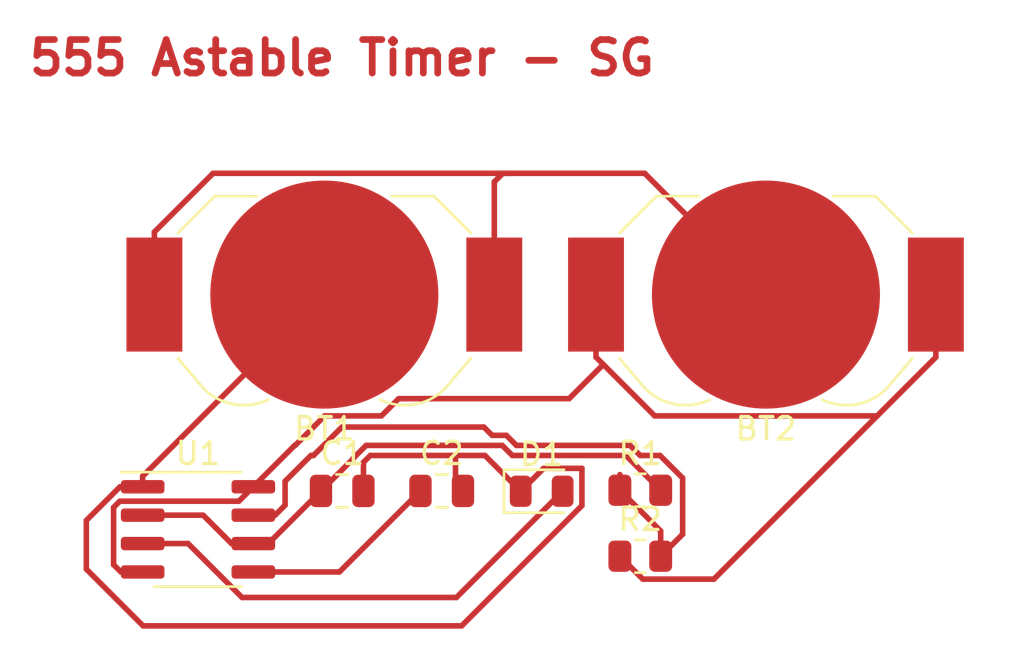
<source format=kicad_pcb>
(kicad_pcb (version 20171130) (host pcbnew "(5.1.10)-1")

  (general
    (thickness 1.6)
    (drawings 2)
    (tracks 90)
    (zones 0)
    (modules 8)
    (nets 8)
  )

  (page A4)
  (layers
    (0 F.Cu signal)
    (31 B.Cu signal)
    (32 B.Adhes user)
    (33 F.Adhes user)
    (34 B.Paste user)
    (35 F.Paste user)
    (36 B.SilkS user)
    (37 F.SilkS user)
    (38 B.Mask user)
    (39 F.Mask user)
    (40 Dwgs.User user)
    (41 Cmts.User user)
    (42 Eco1.User user)
    (43 Eco2.User user)
    (44 Edge.Cuts user)
    (45 Margin user)
    (46 B.CrtYd user)
    (47 F.CrtYd user)
    (48 B.Fab user)
    (49 F.Fab user)
  )

  (setup
    (last_trace_width 0.25)
    (trace_clearance 0.2)
    (zone_clearance 0.508)
    (zone_45_only no)
    (trace_min 0.2)
    (via_size 0.8)
    (via_drill 0.4)
    (via_min_size 0.4)
    (via_min_drill 0.3)
    (uvia_size 0.3)
    (uvia_drill 0.1)
    (uvias_allowed no)
    (uvia_min_size 0.2)
    (uvia_min_drill 0.1)
    (edge_width 0.05)
    (segment_width 0.2)
    (pcb_text_width 0.3)
    (pcb_text_size 1.5 1.5)
    (mod_edge_width 0.12)
    (mod_text_size 1 1)
    (mod_text_width 0.15)
    (pad_size 1.524 1.524)
    (pad_drill 0.762)
    (pad_to_mask_clearance 0)
    (aux_axis_origin 0 0)
    (visible_elements FFFFFF7F)
    (pcbplotparams
      (layerselection 0x010fc_ffffffff)
      (usegerberextensions false)
      (usegerberattributes true)
      (usegerberadvancedattributes true)
      (creategerberjobfile true)
      (excludeedgelayer true)
      (linewidth 0.100000)
      (plotframeref false)
      (viasonmask false)
      (mode 1)
      (useauxorigin false)
      (hpglpennumber 1)
      (hpglpenspeed 20)
      (hpglpendiameter 15.000000)
      (psnegative false)
      (psa4output false)
      (plotreference true)
      (plotvalue true)
      (plotinvisibletext false)
      (padsonsilk false)
      (subtractmaskfromsilk false)
      (outputformat 1)
      (mirror false)
      (drillshape 0)
      (scaleselection 1)
      (outputdirectory "GerberFiles/"))
  )

  (net 0 "")
  (net 1 "Net-(BT1-Pad1)")
  (net 2 GND)
  (net 3 VCC)
  (net 4 "Net-(C1-Pad1)")
  (net 5 "Net-(C2-Pad1)")
  (net 6 "Net-(D1-Pad2)")
  (net 7 "Net-(R1-Pad1)")

  (net_class Default "This is the default net class."
    (clearance 0.2)
    (trace_width 0.25)
    (via_dia 0.8)
    (via_drill 0.4)
    (uvia_dia 0.3)
    (uvia_drill 0.1)
    (add_net GND)
    (add_net "Net-(BT1-Pad1)")
    (add_net "Net-(C1-Pad1)")
    (add_net "Net-(C2-Pad1)")
    (add_net "Net-(D1-Pad2)")
    (add_net "Net-(R1-Pad1)")
    (add_net VCC)
  )

  (module Battery:BatteryHolder_LINX_BAT-HLD-012-SMT (layer F.Cu) (tedit 5D9C8191) (tstamp 6152D679)
    (at 136.375001 89.325001)
    (descr "SMT battery holder for CR1216/1220/1225, https://linxtechnologies.com/wp/wp-content/uploads/bat-hld-012-smt.pdf")
    (tags "battery holder coin cell cr1216 cr1220 cr1225")
    (path /6153CD4C)
    (attr smd)
    (fp_text reference BT1 (at 0 6) (layer F.SilkS)
      (effects (font (size 1 1) (thickness 0.15)))
    )
    (fp_text value 3V (at 0 -7) (layer F.Fab)
      (effects (font (size 1 1) (thickness 0.15)))
    )
    (fp_line (start -7.65 -2.55) (end -7.65 -0.55) (layer F.Fab) (width 0.1))
    (fp_line (start -7.65 -2.55) (end -6.75 -2.55) (layer F.Fab) (width 0.1))
    (fp_line (start -7.65 -0.55) (end -6.75 -0.55) (layer F.Fab) (width 0.1))
    (fp_line (start -6.75 0.55) (end -7.65 0.55) (layer F.Fab) (width 0.1))
    (fp_line (start -7.65 0.55) (end -7.65 2.55) (layer F.Fab) (width 0.1))
    (fp_line (start -7.65 2.55) (end -6.75 2.55) (layer F.Fab) (width 0.1))
    (fp_line (start 6.75 2.55) (end 7.65 2.55) (layer F.Fab) (width 0.1))
    (fp_line (start 7.65 2.55) (end 7.65 0.55) (layer F.Fab) (width 0.1))
    (fp_line (start 7.65 0.55) (end 6.75 0.55) (layer F.Fab) (width 0.1))
    (fp_line (start 6.75 -0.55) (end 7.65 -0.55) (layer F.Fab) (width 0.1))
    (fp_line (start 7.65 -0.55) (end 7.65 -2.55) (layer F.Fab) (width 0.1))
    (fp_line (start 7.65 -2.55) (end 6.75 -2.55) (layer F.Fab) (width 0.1))
    (fp_line (start -6.75 2.85) (end -6.75 -2.75) (layer F.Fab) (width 0.1))
    (fp_line (start 6.75 2.85) (end 6.75 -2.75) (layer F.Fab) (width 0.1))
    (fp_line (start 4.9 -4.4) (end -4.9 -4.4) (layer F.Fab) (width 0.1))
    (fp_line (start -6.7 -2.9) (end -5.05 -4.55) (layer F.Fab) (width 0.1))
    (fp_line (start 6.7 -2.9) (end 5.05 -4.55) (layer F.Fab) (width 0.1))
    (fp_line (start 6.55 2.85) (end 6.55 -2.75) (layer F.Fab) (width 0.1))
    (fp_line (start 6.55 -2.75) (end 4.9 -4.4) (layer F.Fab) (width 0.1))
    (fp_line (start -6.55 2.85) (end -6.55 -2.75) (layer F.Fab) (width 0.1))
    (fp_line (start -6.55 -2.75) (end -4.9 -4.4) (layer F.Fab) (width 0.1))
    (fp_line (start -6.55 2.85) (end -5.4 4.2) (layer F.Fab) (width 0.1))
    (fp_line (start 6.55 2.85) (end 5.4 4.2) (layer F.Fab) (width 0.1))
    (fp_circle (center 0 0) (end -6.25 0) (layer F.Fab) (width 0.1))
    (fp_line (start -9.35 3.05) (end -9.35 -3.05) (layer F.CrtYd) (width 0.05))
    (fp_line (start -9.35 -3.05) (end -7.25 -3.05) (layer F.CrtYd) (width 0.05))
    (fp_line (start -9.35 3.05) (end -7.25 3.05) (layer F.CrtYd) (width 0.05))
    (fp_line (start -7.25 -3.05) (end -3.55 -6.75) (layer F.CrtYd) (width 0.05))
    (fp_line (start -3.55 -6.75) (end 3.55 -6.75) (layer F.CrtYd) (width 0.05))
    (fp_line (start 3.55 -6.75) (end 7.25 -3.05) (layer F.CrtYd) (width 0.05))
    (fp_line (start 7.25 -3.05) (end 9.35 -3.05) (layer F.CrtYd) (width 0.05))
    (fp_line (start 9.35 -3.05) (end 9.35 3.05) (layer F.CrtYd) (width 0.05))
    (fp_line (start 9.35 3.05) (end 7.25 3.05) (layer F.CrtYd) (width 0.05))
    (fp_line (start -3.55 6.75) (end 3.55 6.75) (layer F.CrtYd) (width 0.05))
    (fp_line (start 3.55 6.75) (end 7.25 3.05) (layer F.CrtYd) (width 0.05))
    (fp_line (start -3.55 6.75) (end -7.25 3.05) (layer F.CrtYd) (width 0.05))
    (fp_line (start -6.75 2.85) (end -6.55 2.85) (layer F.Fab) (width 0.1))
    (fp_line (start 6.75 2.85) (end 6.55 2.85) (layer F.Fab) (width 0.1))
    (fp_line (start -6.75 -2.75) (end -6.55 -2.75) (layer F.Fab) (width 0.1))
    (fp_line (start -6.55 -2.75) (end -6.7 -2.9) (layer F.Fab) (width 0.1))
    (fp_line (start -5.05 -4.55) (end -4.9 -4.4) (layer F.Fab) (width 0.1))
    (fp_line (start 5.05 -4.55) (end 4.9 -4.4) (layer F.Fab) (width 0.1))
    (fp_line (start 6.55 -2.75) (end 6.7 -2.9) (layer F.Fab) (width 0.1))
    (fp_line (start 6.55 -2.75) (end 6.75 -2.75) (layer F.Fab) (width 0.1))
    (fp_line (start -6.55 -2.75) (end -4.9 -4.4) (layer F.SilkS) (width 0.12))
    (fp_line (start 4.9 -4.4) (end 6.55 -2.75) (layer F.SilkS) (width 0.12))
    (fp_line (start 4.9 -4.4) (end 3 -4.4) (layer F.SilkS) (width 0.12))
    (fp_line (start -4.9 -4.4) (end -3 -4.4) (layer F.SilkS) (width 0.12))
    (fp_line (start -6.55 2.85) (end -5.4 4.2) (layer F.SilkS) (width 0.12))
    (fp_line (start 6.55 2.85) (end 5.4 4.2) (layer F.SilkS) (width 0.12))
    (fp_arc (start 0 6) (end -1.8 4.2) (angle 90) (layer F.Fab) (width 0.1))
    (fp_arc (start 3.6 2.4) (end 5.4 4.2) (angle 70.55996517) (layer F.SilkS) (width 0.12))
    (fp_text user %R (at 0 0) (layer F.Fab)
      (effects (font (size 1 1) (thickness 0.15)))
    )
    (fp_arc (start 3.6 2.4) (end 5.4 4.2) (angle 90) (layer F.Fab) (width 0.1))
    (fp_arc (start -3.6 2.4) (end -1.8 4.2) (angle 90) (layer F.Fab) (width 0.1))
    (fp_arc (start -3.6 2.4) (end -5.4 4.2) (angle -70.5) (layer F.SilkS) (width 0.12))
    (pad 1 smd rect (at -7.6 0) (size 2.5 5.1) (layers F.Cu F.Paste F.Mask)
      (net 1 "Net-(BT1-Pad1)"))
    (pad 1 smd rect (at 7.6 0) (size 2.5 5.1) (layers F.Cu F.Paste F.Mask)
      (net 1 "Net-(BT1-Pad1)"))
    (pad 2 smd circle (at 0 0) (size 10.2 10.2) (layers F.Cu F.Mask)
      (net 2 GND))
    (model ${KISYS3DMOD}/Battery.3dshapes/BatteryHolder_LINX_BAT-HLD-012-SMT.wrl
      (at (xyz 0 0 0))
      (scale (xyz 1 1 1))
      (rotate (xyz 0 0 0))
    )
  )

  (module Battery:BatteryHolder_LINX_BAT-HLD-012-SMT (layer F.Cu) (tedit 5D9C8191) (tstamp 6152D6B8)
    (at 156.125001 89.325001)
    (descr "SMT battery holder for CR1216/1220/1225, https://linxtechnologies.com/wp/wp-content/uploads/bat-hld-012-smt.pdf")
    (tags "battery holder coin cell cr1216 cr1220 cr1225")
    (path /6153D242)
    (attr smd)
    (fp_text reference BT2 (at 0 6) (layer F.SilkS)
      (effects (font (size 1 1) (thickness 0.15)))
    )
    (fp_text value 3V (at 0 -7) (layer F.Fab)
      (effects (font (size 1 1) (thickness 0.15)))
    )
    (fp_arc (start -3.6 2.4) (end -5.4 4.2) (angle -70.5) (layer F.SilkS) (width 0.12))
    (fp_arc (start -3.6 2.4) (end -1.8 4.2) (angle 90) (layer F.Fab) (width 0.1))
    (fp_arc (start 3.6 2.4) (end 5.4 4.2) (angle 90) (layer F.Fab) (width 0.1))
    (fp_text user %R (at 0 0) (layer F.Fab)
      (effects (font (size 1 1) (thickness 0.15)))
    )
    (fp_arc (start 3.6 2.4) (end 5.4 4.2) (angle 70.55996517) (layer F.SilkS) (width 0.12))
    (fp_arc (start 0 6) (end -1.8 4.2) (angle 90) (layer F.Fab) (width 0.1))
    (fp_line (start 6.55 2.85) (end 5.4 4.2) (layer F.SilkS) (width 0.12))
    (fp_line (start -6.55 2.85) (end -5.4 4.2) (layer F.SilkS) (width 0.12))
    (fp_line (start -4.9 -4.4) (end -3 -4.4) (layer F.SilkS) (width 0.12))
    (fp_line (start 4.9 -4.4) (end 3 -4.4) (layer F.SilkS) (width 0.12))
    (fp_line (start 4.9 -4.4) (end 6.55 -2.75) (layer F.SilkS) (width 0.12))
    (fp_line (start -6.55 -2.75) (end -4.9 -4.4) (layer F.SilkS) (width 0.12))
    (fp_line (start 6.55 -2.75) (end 6.75 -2.75) (layer F.Fab) (width 0.1))
    (fp_line (start 6.55 -2.75) (end 6.7 -2.9) (layer F.Fab) (width 0.1))
    (fp_line (start 5.05 -4.55) (end 4.9 -4.4) (layer F.Fab) (width 0.1))
    (fp_line (start -5.05 -4.55) (end -4.9 -4.4) (layer F.Fab) (width 0.1))
    (fp_line (start -6.55 -2.75) (end -6.7 -2.9) (layer F.Fab) (width 0.1))
    (fp_line (start -6.75 -2.75) (end -6.55 -2.75) (layer F.Fab) (width 0.1))
    (fp_line (start 6.75 2.85) (end 6.55 2.85) (layer F.Fab) (width 0.1))
    (fp_line (start -6.75 2.85) (end -6.55 2.85) (layer F.Fab) (width 0.1))
    (fp_line (start -3.55 6.75) (end -7.25 3.05) (layer F.CrtYd) (width 0.05))
    (fp_line (start 3.55 6.75) (end 7.25 3.05) (layer F.CrtYd) (width 0.05))
    (fp_line (start -3.55 6.75) (end 3.55 6.75) (layer F.CrtYd) (width 0.05))
    (fp_line (start 9.35 3.05) (end 7.25 3.05) (layer F.CrtYd) (width 0.05))
    (fp_line (start 9.35 -3.05) (end 9.35 3.05) (layer F.CrtYd) (width 0.05))
    (fp_line (start 7.25 -3.05) (end 9.35 -3.05) (layer F.CrtYd) (width 0.05))
    (fp_line (start 3.55 -6.75) (end 7.25 -3.05) (layer F.CrtYd) (width 0.05))
    (fp_line (start -3.55 -6.75) (end 3.55 -6.75) (layer F.CrtYd) (width 0.05))
    (fp_line (start -7.25 -3.05) (end -3.55 -6.75) (layer F.CrtYd) (width 0.05))
    (fp_line (start -9.35 3.05) (end -7.25 3.05) (layer F.CrtYd) (width 0.05))
    (fp_line (start -9.35 -3.05) (end -7.25 -3.05) (layer F.CrtYd) (width 0.05))
    (fp_line (start -9.35 3.05) (end -9.35 -3.05) (layer F.CrtYd) (width 0.05))
    (fp_circle (center 0 0) (end -6.25 0) (layer F.Fab) (width 0.1))
    (fp_line (start 6.55 2.85) (end 5.4 4.2) (layer F.Fab) (width 0.1))
    (fp_line (start -6.55 2.85) (end -5.4 4.2) (layer F.Fab) (width 0.1))
    (fp_line (start -6.55 -2.75) (end -4.9 -4.4) (layer F.Fab) (width 0.1))
    (fp_line (start -6.55 2.85) (end -6.55 -2.75) (layer F.Fab) (width 0.1))
    (fp_line (start 6.55 -2.75) (end 4.9 -4.4) (layer F.Fab) (width 0.1))
    (fp_line (start 6.55 2.85) (end 6.55 -2.75) (layer F.Fab) (width 0.1))
    (fp_line (start 6.7 -2.9) (end 5.05 -4.55) (layer F.Fab) (width 0.1))
    (fp_line (start -6.7 -2.9) (end -5.05 -4.55) (layer F.Fab) (width 0.1))
    (fp_line (start 4.9 -4.4) (end -4.9 -4.4) (layer F.Fab) (width 0.1))
    (fp_line (start 6.75 2.85) (end 6.75 -2.75) (layer F.Fab) (width 0.1))
    (fp_line (start -6.75 2.85) (end -6.75 -2.75) (layer F.Fab) (width 0.1))
    (fp_line (start 7.65 -2.55) (end 6.75 -2.55) (layer F.Fab) (width 0.1))
    (fp_line (start 7.65 -0.55) (end 7.65 -2.55) (layer F.Fab) (width 0.1))
    (fp_line (start 6.75 -0.55) (end 7.65 -0.55) (layer F.Fab) (width 0.1))
    (fp_line (start 7.65 0.55) (end 6.75 0.55) (layer F.Fab) (width 0.1))
    (fp_line (start 7.65 2.55) (end 7.65 0.55) (layer F.Fab) (width 0.1))
    (fp_line (start 6.75 2.55) (end 7.65 2.55) (layer F.Fab) (width 0.1))
    (fp_line (start -7.65 2.55) (end -6.75 2.55) (layer F.Fab) (width 0.1))
    (fp_line (start -7.65 0.55) (end -7.65 2.55) (layer F.Fab) (width 0.1))
    (fp_line (start -6.75 0.55) (end -7.65 0.55) (layer F.Fab) (width 0.1))
    (fp_line (start -7.65 -0.55) (end -6.75 -0.55) (layer F.Fab) (width 0.1))
    (fp_line (start -7.65 -2.55) (end -6.75 -2.55) (layer F.Fab) (width 0.1))
    (fp_line (start -7.65 -2.55) (end -7.65 -0.55) (layer F.Fab) (width 0.1))
    (pad 2 smd circle (at 0 0) (size 10.2 10.2) (layers F.Cu F.Mask)
      (net 1 "Net-(BT1-Pad1)"))
    (pad 1 smd rect (at 7.6 0) (size 2.5 5.1) (layers F.Cu F.Paste F.Mask)
      (net 3 VCC))
    (pad 1 smd rect (at -7.6 0) (size 2.5 5.1) (layers F.Cu F.Paste F.Mask)
      (net 3 VCC))
    (model ${KISYS3DMOD}/Battery.3dshapes/BatteryHolder_LINX_BAT-HLD-012-SMT.wrl
      (at (xyz 0 0 0))
      (scale (xyz 1 1 1))
      (rotate (xyz 0 0 0))
    )
  )

  (module Capacitor_SMD:C_0805_2012Metric (layer F.Cu) (tedit 5F68FEEE) (tstamp 6152D6C9)
    (at 137.175001 98.105001)
    (descr "Capacitor SMD 0805 (2012 Metric), square (rectangular) end terminal, IPC_7351 nominal, (Body size source: IPC-SM-782 page 76, https://www.pcb-3d.com/wordpress/wp-content/uploads/ipc-sm-782a_amendment_1_and_2.pdf, https://docs.google.com/spreadsheets/d/1BsfQQcO9C6DZCsRaXUlFlo91Tg2WpOkGARC1WS5S8t0/edit?usp=sharing), generated with kicad-footprint-generator")
    (tags capacitor)
    (path /61531CAA)
    (attr smd)
    (fp_text reference C1 (at 0 -1.68) (layer F.SilkS)
      (effects (font (size 1 1) (thickness 0.15)))
    )
    (fp_text value 10uF (at 0 1.68) (layer F.Fab)
      (effects (font (size 1 1) (thickness 0.15)))
    )
    (fp_text user %R (at 0 0) (layer F.Fab)
      (effects (font (size 0.5 0.5) (thickness 0.08)))
    )
    (fp_line (start -1 0.625) (end -1 -0.625) (layer F.Fab) (width 0.1))
    (fp_line (start -1 -0.625) (end 1 -0.625) (layer F.Fab) (width 0.1))
    (fp_line (start 1 -0.625) (end 1 0.625) (layer F.Fab) (width 0.1))
    (fp_line (start 1 0.625) (end -1 0.625) (layer F.Fab) (width 0.1))
    (fp_line (start -0.261252 -0.735) (end 0.261252 -0.735) (layer F.SilkS) (width 0.12))
    (fp_line (start -0.261252 0.735) (end 0.261252 0.735) (layer F.SilkS) (width 0.12))
    (fp_line (start -1.7 0.98) (end -1.7 -0.98) (layer F.CrtYd) (width 0.05))
    (fp_line (start -1.7 -0.98) (end 1.7 -0.98) (layer F.CrtYd) (width 0.05))
    (fp_line (start 1.7 -0.98) (end 1.7 0.98) (layer F.CrtYd) (width 0.05))
    (fp_line (start 1.7 0.98) (end -1.7 0.98) (layer F.CrtYd) (width 0.05))
    (pad 2 smd roundrect (at 0.95 0) (size 1 1.45) (layers F.Cu F.Paste F.Mask) (roundrect_rratio 0.25)
      (net 2 GND))
    (pad 1 smd roundrect (at -0.95 0) (size 1 1.45) (layers F.Cu F.Paste F.Mask) (roundrect_rratio 0.25)
      (net 4 "Net-(C1-Pad1)"))
    (model ${KISYS3DMOD}/Capacitor_SMD.3dshapes/C_0805_2012Metric.wrl
      (at (xyz 0 0 0))
      (scale (xyz 1 1 1))
      (rotate (xyz 0 0 0))
    )
  )

  (module Capacitor_SMD:C_0805_2012Metric (layer F.Cu) (tedit 5F68FEEE) (tstamp 6152D6DA)
    (at 141.625001 98.105001)
    (descr "Capacitor SMD 0805 (2012 Metric), square (rectangular) end terminal, IPC_7351 nominal, (Body size source: IPC-SM-782 page 76, https://www.pcb-3d.com/wordpress/wp-content/uploads/ipc-sm-782a_amendment_1_and_2.pdf, https://docs.google.com/spreadsheets/d/1BsfQQcO9C6DZCsRaXUlFlo91Tg2WpOkGARC1WS5S8t0/edit?usp=sharing), generated with kicad-footprint-generator")
    (tags capacitor)
    (path /6152C051)
    (attr smd)
    (fp_text reference C2 (at 0 -1.68) (layer F.SilkS)
      (effects (font (size 1 1) (thickness 0.15)))
    )
    (fp_text value 0.01uF (at 0 1.68) (layer F.Fab)
      (effects (font (size 1 1) (thickness 0.15)))
    )
    (fp_line (start 1.7 0.98) (end -1.7 0.98) (layer F.CrtYd) (width 0.05))
    (fp_line (start 1.7 -0.98) (end 1.7 0.98) (layer F.CrtYd) (width 0.05))
    (fp_line (start -1.7 -0.98) (end 1.7 -0.98) (layer F.CrtYd) (width 0.05))
    (fp_line (start -1.7 0.98) (end -1.7 -0.98) (layer F.CrtYd) (width 0.05))
    (fp_line (start -0.261252 0.735) (end 0.261252 0.735) (layer F.SilkS) (width 0.12))
    (fp_line (start -0.261252 -0.735) (end 0.261252 -0.735) (layer F.SilkS) (width 0.12))
    (fp_line (start 1 0.625) (end -1 0.625) (layer F.Fab) (width 0.1))
    (fp_line (start 1 -0.625) (end 1 0.625) (layer F.Fab) (width 0.1))
    (fp_line (start -1 -0.625) (end 1 -0.625) (layer F.Fab) (width 0.1))
    (fp_line (start -1 0.625) (end -1 -0.625) (layer F.Fab) (width 0.1))
    (fp_text user %R (at 0 0) (layer F.Fab)
      (effects (font (size 0.5 0.5) (thickness 0.08)))
    )
    (pad 1 smd roundrect (at -0.95 0) (size 1 1.45) (layers F.Cu F.Paste F.Mask) (roundrect_rratio 0.25)
      (net 5 "Net-(C2-Pad1)"))
    (pad 2 smd roundrect (at 0.95 0) (size 1 1.45) (layers F.Cu F.Paste F.Mask) (roundrect_rratio 0.25)
      (net 2 GND))
    (model ${KISYS3DMOD}/Capacitor_SMD.3dshapes/C_0805_2012Metric.wrl
      (at (xyz 0 0 0))
      (scale (xyz 1 1 1))
      (rotate (xyz 0 0 0))
    )
  )

  (module LED_SMD:LED_0805_2012Metric (layer F.Cu) (tedit 5F68FEF1) (tstamp 6152D6ED)
    (at 146.095001 98.120001)
    (descr "LED SMD 0805 (2012 Metric), square (rectangular) end terminal, IPC_7351 nominal, (Body size source: https://docs.google.com/spreadsheets/d/1BsfQQcO9C6DZCsRaXUlFlo91Tg2WpOkGARC1WS5S8t0/edit?usp=sharing), generated with kicad-footprint-generator")
    (tags LED)
    (path /61527977)
    (attr smd)
    (fp_text reference D1 (at 0 -1.65) (layer F.SilkS)
      (effects (font (size 1 1) (thickness 0.15)))
    )
    (fp_text value LED (at 0 1.65) (layer F.Fab)
      (effects (font (size 1 1) (thickness 0.15)))
    )
    (fp_line (start 1.68 0.95) (end -1.68 0.95) (layer F.CrtYd) (width 0.05))
    (fp_line (start 1.68 -0.95) (end 1.68 0.95) (layer F.CrtYd) (width 0.05))
    (fp_line (start -1.68 -0.95) (end 1.68 -0.95) (layer F.CrtYd) (width 0.05))
    (fp_line (start -1.68 0.95) (end -1.68 -0.95) (layer F.CrtYd) (width 0.05))
    (fp_line (start -1.685 0.96) (end 1 0.96) (layer F.SilkS) (width 0.12))
    (fp_line (start -1.685 -0.96) (end -1.685 0.96) (layer F.SilkS) (width 0.12))
    (fp_line (start 1 -0.96) (end -1.685 -0.96) (layer F.SilkS) (width 0.12))
    (fp_line (start 1 0.6) (end 1 -0.6) (layer F.Fab) (width 0.1))
    (fp_line (start -1 0.6) (end 1 0.6) (layer F.Fab) (width 0.1))
    (fp_line (start -1 -0.3) (end -1 0.6) (layer F.Fab) (width 0.1))
    (fp_line (start -0.7 -0.6) (end -1 -0.3) (layer F.Fab) (width 0.1))
    (fp_line (start 1 -0.6) (end -0.7 -0.6) (layer F.Fab) (width 0.1))
    (fp_text user %R (at 0 0) (layer F.Fab)
      (effects (font (size 0.5 0.5) (thickness 0.08)))
    )
    (pad 1 smd roundrect (at -0.9375 0) (size 0.975 1.4) (layers F.Cu F.Paste F.Mask) (roundrect_rratio 0.25)
      (net 2 GND))
    (pad 2 smd roundrect (at 0.9375 0) (size 0.975 1.4) (layers F.Cu F.Paste F.Mask) (roundrect_rratio 0.25)
      (net 6 "Net-(D1-Pad2)"))
    (model ${KISYS3DMOD}/LED_SMD.3dshapes/LED_0805_2012Metric.wrl
      (at (xyz 0 0 0))
      (scale (xyz 1 1 1))
      (rotate (xyz 0 0 0))
    )
  )

  (module Resistor_SMD:R_0805_2012Metric (layer F.Cu) (tedit 5F68FEEE) (tstamp 6152D6FE)
    (at 150.505001 98.075001)
    (descr "Resistor SMD 0805 (2012 Metric), square (rectangular) end terminal, IPC_7351 nominal, (Body size source: IPC-SM-782 page 72, https://www.pcb-3d.com/wordpress/wp-content/uploads/ipc-sm-782a_amendment_1_and_2.pdf), generated with kicad-footprint-generator")
    (tags resistor)
    (path /6152CD2D)
    (attr smd)
    (fp_text reference R1 (at 0 -1.65) (layer F.SilkS)
      (effects (font (size 1 1) (thickness 0.15)))
    )
    (fp_text value 10K (at 0 1.65) (layer F.Fab)
      (effects (font (size 1 1) (thickness 0.15)))
    )
    (fp_line (start 1.68 0.95) (end -1.68 0.95) (layer F.CrtYd) (width 0.05))
    (fp_line (start 1.68 -0.95) (end 1.68 0.95) (layer F.CrtYd) (width 0.05))
    (fp_line (start -1.68 -0.95) (end 1.68 -0.95) (layer F.CrtYd) (width 0.05))
    (fp_line (start -1.68 0.95) (end -1.68 -0.95) (layer F.CrtYd) (width 0.05))
    (fp_line (start -0.227064 0.735) (end 0.227064 0.735) (layer F.SilkS) (width 0.12))
    (fp_line (start -0.227064 -0.735) (end 0.227064 -0.735) (layer F.SilkS) (width 0.12))
    (fp_line (start 1 0.625) (end -1 0.625) (layer F.Fab) (width 0.1))
    (fp_line (start 1 -0.625) (end 1 0.625) (layer F.Fab) (width 0.1))
    (fp_line (start -1 -0.625) (end 1 -0.625) (layer F.Fab) (width 0.1))
    (fp_line (start -1 0.625) (end -1 -0.625) (layer F.Fab) (width 0.1))
    (fp_text user %R (at 0 0) (layer F.Fab)
      (effects (font (size 0.5 0.5) (thickness 0.08)))
    )
    (pad 1 smd roundrect (at -0.9125 0) (size 1.025 1.4) (layers F.Cu F.Paste F.Mask) (roundrect_rratio 0.2439014634146341)
      (net 7 "Net-(R1-Pad1)"))
    (pad 2 smd roundrect (at 0.9125 0) (size 1.025 1.4) (layers F.Cu F.Paste F.Mask) (roundrect_rratio 0.2439014634146341)
      (net 4 "Net-(C1-Pad1)"))
    (model ${KISYS3DMOD}/Resistor_SMD.3dshapes/R_0805_2012Metric.wrl
      (at (xyz 0 0 0))
      (scale (xyz 1 1 1))
      (rotate (xyz 0 0 0))
    )
  )

  (module Resistor_SMD:R_0805_2012Metric (layer F.Cu) (tedit 5F68FEEE) (tstamp 6152D70F)
    (at 150.505001 101.025001)
    (descr "Resistor SMD 0805 (2012 Metric), square (rectangular) end terminal, IPC_7351 nominal, (Body size source: IPC-SM-782 page 72, https://www.pcb-3d.com/wordpress/wp-content/uploads/ipc-sm-782a_amendment_1_and_2.pdf), generated with kicad-footprint-generator")
    (tags resistor)
    (path /6152D6F4)
    (attr smd)
    (fp_text reference R2 (at 0 -1.65) (layer F.SilkS)
      (effects (font (size 1 1) (thickness 0.15)))
    )
    (fp_text value 5K (at 0 1.65) (layer F.Fab)
      (effects (font (size 1 1) (thickness 0.15)))
    )
    (fp_text user %R (at 0 0) (layer F.Fab)
      (effects (font (size 0.5 0.5) (thickness 0.08)))
    )
    (fp_line (start -1 0.625) (end -1 -0.625) (layer F.Fab) (width 0.1))
    (fp_line (start -1 -0.625) (end 1 -0.625) (layer F.Fab) (width 0.1))
    (fp_line (start 1 -0.625) (end 1 0.625) (layer F.Fab) (width 0.1))
    (fp_line (start 1 0.625) (end -1 0.625) (layer F.Fab) (width 0.1))
    (fp_line (start -0.227064 -0.735) (end 0.227064 -0.735) (layer F.SilkS) (width 0.12))
    (fp_line (start -0.227064 0.735) (end 0.227064 0.735) (layer F.SilkS) (width 0.12))
    (fp_line (start -1.68 0.95) (end -1.68 -0.95) (layer F.CrtYd) (width 0.05))
    (fp_line (start -1.68 -0.95) (end 1.68 -0.95) (layer F.CrtYd) (width 0.05))
    (fp_line (start 1.68 -0.95) (end 1.68 0.95) (layer F.CrtYd) (width 0.05))
    (fp_line (start 1.68 0.95) (end -1.68 0.95) (layer F.CrtYd) (width 0.05))
    (pad 2 smd roundrect (at 0.9125 0) (size 1.025 1.4) (layers F.Cu F.Paste F.Mask) (roundrect_rratio 0.2439014634146341)
      (net 7 "Net-(R1-Pad1)"))
    (pad 1 smd roundrect (at -0.9125 0) (size 1.025 1.4) (layers F.Cu F.Paste F.Mask) (roundrect_rratio 0.2439014634146341)
      (net 3 VCC))
    (model ${KISYS3DMOD}/Resistor_SMD.3dshapes/R_0805_2012Metric.wrl
      (at (xyz 0 0 0))
      (scale (xyz 1 1 1))
      (rotate (xyz 0 0 0))
    )
  )

  (module Package_SO:SOIC-8_3.9x4.9mm_P1.27mm (layer F.Cu) (tedit 5D9F72B1) (tstamp 6152D729)
    (at 130.725001 99.825001)
    (descr "SOIC, 8 Pin (JEDEC MS-012AA, https://www.analog.com/media/en/package-pcb-resources/package/pkg_pdf/soic_narrow-r/r_8.pdf), generated with kicad-footprint-generator ipc_gullwing_generator.py")
    (tags "SOIC SO")
    (path /61526FBD)
    (attr smd)
    (fp_text reference U1 (at 0 -3.4) (layer F.SilkS)
      (effects (font (size 1 1) (thickness 0.15)))
    )
    (fp_text value LM555xM (at 0 3.4) (layer F.Fab)
      (effects (font (size 1 1) (thickness 0.15)))
    )
    (fp_line (start 3.7 -2.7) (end -3.7 -2.7) (layer F.CrtYd) (width 0.05))
    (fp_line (start 3.7 2.7) (end 3.7 -2.7) (layer F.CrtYd) (width 0.05))
    (fp_line (start -3.7 2.7) (end 3.7 2.7) (layer F.CrtYd) (width 0.05))
    (fp_line (start -3.7 -2.7) (end -3.7 2.7) (layer F.CrtYd) (width 0.05))
    (fp_line (start -1.95 -1.475) (end -0.975 -2.45) (layer F.Fab) (width 0.1))
    (fp_line (start -1.95 2.45) (end -1.95 -1.475) (layer F.Fab) (width 0.1))
    (fp_line (start 1.95 2.45) (end -1.95 2.45) (layer F.Fab) (width 0.1))
    (fp_line (start 1.95 -2.45) (end 1.95 2.45) (layer F.Fab) (width 0.1))
    (fp_line (start -0.975 -2.45) (end 1.95 -2.45) (layer F.Fab) (width 0.1))
    (fp_line (start 0 -2.56) (end -3.45 -2.56) (layer F.SilkS) (width 0.12))
    (fp_line (start 0 -2.56) (end 1.95 -2.56) (layer F.SilkS) (width 0.12))
    (fp_line (start 0 2.56) (end -1.95 2.56) (layer F.SilkS) (width 0.12))
    (fp_line (start 0 2.56) (end 1.95 2.56) (layer F.SilkS) (width 0.12))
    (fp_text user %R (at 0 0) (layer F.Fab)
      (effects (font (size 0.98 0.98) (thickness 0.15)))
    )
    (pad 1 smd roundrect (at -2.475 -1.905) (size 1.95 0.6) (layers F.Cu F.Paste F.Mask) (roundrect_rratio 0.25)
      (net 2 GND))
    (pad 2 smd roundrect (at -2.475 -0.635) (size 1.95 0.6) (layers F.Cu F.Paste F.Mask) (roundrect_rratio 0.25)
      (net 4 "Net-(C1-Pad1)"))
    (pad 3 smd roundrect (at -2.475 0.635) (size 1.95 0.6) (layers F.Cu F.Paste F.Mask) (roundrect_rratio 0.25)
      (net 6 "Net-(D1-Pad2)"))
    (pad 4 smd roundrect (at -2.475 1.905) (size 1.95 0.6) (layers F.Cu F.Paste F.Mask) (roundrect_rratio 0.25)
      (net 3 VCC))
    (pad 5 smd roundrect (at 2.475 1.905) (size 1.95 0.6) (layers F.Cu F.Paste F.Mask) (roundrect_rratio 0.25)
      (net 5 "Net-(C2-Pad1)"))
    (pad 6 smd roundrect (at 2.475 0.635) (size 1.95 0.6) (layers F.Cu F.Paste F.Mask) (roundrect_rratio 0.25)
      (net 4 "Net-(C1-Pad1)"))
    (pad 7 smd roundrect (at 2.475 -0.635) (size 1.95 0.6) (layers F.Cu F.Paste F.Mask) (roundrect_rratio 0.25)
      (net 7 "Net-(R1-Pad1)"))
    (pad 8 smd roundrect (at 2.475 -1.905) (size 1.95 0.6) (layers F.Cu F.Paste F.Mask) (roundrect_rratio 0.25)
      (net 3 VCC))
    (model ${KISYS3DMOD}/Package_SO.3dshapes/SOIC-8_3.9x4.9mm_P1.27mm.wrl
      (at (xyz 0 0 0))
      (scale (xyz 1 1 1))
      (rotate (xyz 0 0 0))
    )
  )

  (gr_text "555 Astable Timer - SG" (at 137.16 78.74) (layer F.Cu)
    (effects (font (size 1.5 1.5) (thickness 0.3)))
  )
  (gr_poly (pts (xy 167.64 105.41) (xy 121.92 105.41) (xy 121.92 76.2) (xy 167.64 76.2)) (layer Dwgs.User) (width 0.1))

  (segment (start 150.7 83.9) (end 156.125001 89.325001) (width 0.25) (layer F.Cu) (net 1))
  (segment (start 128.775001 86.525001) (end 131.400002 83.9) (width 0.25) (layer F.Cu) (net 1))
  (segment (start 128.775001 89.325001) (end 128.775001 86.525001) (width 0.25) (layer F.Cu) (net 1))
  (segment (start 143.975001 89.325001) (end 143.975001 84.285001) (width 0.25) (layer F.Cu) (net 1))
  (segment (start 144.360002 83.9) (end 144.7 83.9) (width 0.25) (layer F.Cu) (net 1))
  (segment (start 143.975001 84.285001) (end 144.360002 83.9) (width 0.25) (layer F.Cu) (net 1))
  (segment (start 144.7 83.9) (end 150.7 83.9) (width 0.25) (layer F.Cu) (net 1))
  (segment (start 131.400002 83.9) (end 144.7 83.9) (width 0.25) (layer F.Cu) (net 1))
  (segment (start 136.375001 89.325001) (end 132.990002 92.71) (width 0.25) (layer F.Cu) (net 2))
  (segment (start 128.27 97.900002) (end 128.250001 97.920001) (width 0.25) (layer F.Cu) (net 2))
  (segment (start 138.125001 98.105001) (end 138.125001 96.824999) (width 0.25) (layer F.Cu) (net 2))
  (segment (start 138.125001 96.824999) (end 138.43 96.52) (width 0.25) (layer F.Cu) (net 2))
  (segment (start 138.43 96.52) (end 142.24 96.52) (width 0.25) (layer F.Cu) (net 2))
  (segment (start 142.24 97.77) (end 142.575001 98.105001) (width 0.25) (layer F.Cu) (net 2))
  (segment (start 142.24 96.52) (end 142.24 97.77) (width 0.25) (layer F.Cu) (net 2))
  (segment (start 143.5575 96.52) (end 145.157501 98.120001) (width 0.25) (layer F.Cu) (net 2))
  (segment (start 142.24 96.52) (end 143.5575 96.52) (width 0.25) (layer F.Cu) (net 2))
  (segment (start 146.182511 97.094991) (end 147.894991 97.094991) (width 0.25) (layer F.Cu) (net 2))
  (segment (start 145.157501 98.120001) (end 146.182511 97.094991) (width 0.25) (layer F.Cu) (net 2))
  (segment (start 147.894991 98.761861) (end 142.516852 104.14) (width 0.25) (layer F.Cu) (net 2))
  (segment (start 147.894991 97.094991) (end 147.894991 98.761861) (width 0.25) (layer F.Cu) (net 2))
  (segment (start 142.516852 104.14) (end 128.27 104.14) (width 0.25) (layer F.Cu) (net 2))
  (segment (start 128.27 104.14) (end 125.73 101.6) (width 0.25) (layer F.Cu) (net 2))
  (segment (start 128.250001 97.450001) (end 136.375001 89.325001) (width 0.25) (layer F.Cu) (net 2))
  (segment (start 128.250001 97.920001) (end 128.250001 97.450001) (width 0.25) (layer F.Cu) (net 2))
  (segment (start 127.236823 97.920001) (end 128.250001 97.920001) (width 0.25) (layer F.Cu) (net 2))
  (segment (start 125.73 99.426824) (end 127.236823 97.920001) (width 0.25) (layer F.Cu) (net 2))
  (segment (start 125.73 101.6) (end 125.73 99.426824) (width 0.25) (layer F.Cu) (net 2))
  (segment (start 148.525001 92.125001) (end 148.525001 89.325001) (width 0.25) (layer F.Cu) (net 3))
  (segment (start 163.725001 92.125001) (end 161.1 94.750002) (width 0.25) (layer F.Cu) (net 3))
  (segment (start 163.725001 89.325001) (end 163.725001 92.125001) (width 0.25) (layer F.Cu) (net 3))
  (segment (start 151.900002 94.750002) (end 151.150002 94.750002) (width 0.25) (layer F.Cu) (net 3))
  (segment (start 161.1 94.750002) (end 151.900002 94.750002) (width 0.25) (layer F.Cu) (net 3))
  (segment (start 127.275001 101.730001) (end 126.949991 101.404991) (width 0.25) (layer F.Cu) (net 3))
  (segment (start 128.250001 101.730001) (end 127.275001 101.730001) (width 0.25) (layer F.Cu) (net 3))
  (segment (start 132.555011 98.564991) (end 133.200001 97.920001) (width 0.25) (layer F.Cu) (net 3))
  (segment (start 127.228243 98.564991) (end 132.555011 98.564991) (width 0.25) (layer F.Cu) (net 3))
  (segment (start 126.949991 98.843243) (end 127.228243 98.564991) (width 0.25) (layer F.Cu) (net 3))
  (segment (start 126.949991 101.404991) (end 126.949991 98.843243) (width 0.25) (layer F.Cu) (net 3))
  (segment (start 147.32 93.98) (end 148.85 92.45) (width 0.25) (layer F.Cu) (net 3))
  (segment (start 139.7 93.98) (end 147.32 93.98) (width 0.25) (layer F.Cu) (net 3))
  (segment (start 148.85 92.45) (end 148.525001 92.125001) (width 0.25) (layer F.Cu) (net 3))
  (segment (start 151.150002 94.750002) (end 148.85 92.45) (width 0.25) (layer F.Cu) (net 3))
  (segment (start 138.929998 94.750002) (end 139.7 93.98) (width 0.25) (layer F.Cu) (net 3))
  (segment (start 135.070009 96.069991) (end 136.389998 94.750002) (width 0.25) (layer F.Cu) (net 3))
  (segment (start 136.389998 94.750002) (end 138.929998 94.750002) (width 0.25) (layer F.Cu) (net 3))
  (segment (start 135.050011 96.069991) (end 135.070009 96.069991) (width 0.25) (layer F.Cu) (net 3))
  (segment (start 133.200001 97.920001) (end 135.050011 96.069991) (width 0.25) (layer F.Cu) (net 3))
  (segment (start 153.799991 102.050011) (end 161.1 94.750002) (width 0.25) (layer F.Cu) (net 3))
  (segment (start 150.617511 102.050011) (end 153.799991 102.050011) (width 0.25) (layer F.Cu) (net 3))
  (segment (start 149.592501 101.025001) (end 150.617511 102.050011) (width 0.25) (layer F.Cu) (net 3))
  (segment (start 133.870001 100.460001) (end 136.225001 98.105001) (width 0.25) (layer F.Cu) (net 4))
  (segment (start 133.200001 100.460001) (end 133.870001 100.460001) (width 0.25) (layer F.Cu) (net 4))
  (segment (start 136.225001 98.088589) (end 136.225001 98.105001) (width 0.25) (layer F.Cu) (net 4))
  (segment (start 136.52641 97.803592) (end 136.225001 98.105001) (width 0.25) (layer F.Cu) (net 4))
  (segment (start 132.225001 100.460001) (end 133.200001 100.460001) (width 0.25) (layer F.Cu) (net 4))
  (segment (start 130.955001 99.190001) (end 132.225001 100.460001) (width 0.25) (layer F.Cu) (net 4))
  (segment (start 128.250001 99.190001) (end 130.955001 99.190001) (width 0.25) (layer F.Cu) (net 4))
  (segment (start 149.8625 96.52) (end 151.417501 98.075001) (width 0.25) (layer F.Cu) (net 4))
  (segment (start 144.78 96.52) (end 149.8625 96.52) (width 0.25) (layer F.Cu) (net 4))
  (segment (start 144.32999 96.06999) (end 144.78 96.52) (width 0.25) (layer F.Cu) (net 4))
  (segment (start 138.2436 96.06999) (end 144.32999 96.06999) (width 0.25) (layer F.Cu) (net 4))
  (segment (start 137.674992 96.638598) (end 138.2436 96.06999) (width 0.25) (layer F.Cu) (net 4))
  (segment (start 137.674992 96.65501) (end 137.674992 96.638598) (width 0.25) (layer F.Cu) (net 4))
  (segment (start 136.225001 98.105001) (end 137.674992 96.65501) (width 0.25) (layer F.Cu) (net 4))
  (segment (start 137.050001 101.730001) (end 140.675001 98.105001) (width 0.25) (layer F.Cu) (net 5))
  (segment (start 133.200001 101.730001) (end 137.050001 101.730001) (width 0.25) (layer F.Cu) (net 5))
  (segment (start 142.282502 102.87) (end 147.032501 98.120001) (width 0.25) (layer F.Cu) (net 6))
  (segment (start 132.693232 102.87) (end 142.282502 102.87) (width 0.25) (layer F.Cu) (net 6))
  (segment (start 130.283233 100.460001) (end 132.693232 102.87) (width 0.25) (layer F.Cu) (net 6))
  (segment (start 128.250001 100.460001) (end 130.283233 100.460001) (width 0.25) (layer F.Cu) (net 6))
  (segment (start 151.417501 99.900001) (end 149.592501 98.075001) (width 0.25) (layer F.Cu) (net 7))
  (segment (start 151.417501 101.025001) (end 151.417501 99.900001) (width 0.25) (layer F.Cu) (net 7))
  (segment (start 149.592501 98.075001) (end 149.592501 97.375001) (width 0.25) (layer F.Cu) (net 7))
  (segment (start 134.175001 99.190001) (end 133.200001 99.190001) (width 0.25) (layer F.Cu) (net 7))
  (segment (start 151.417501 101.025001) (end 152.4 100.042502) (width 0.25) (layer F.Cu) (net 7))
  (segment (start 152.4 97.53181) (end 151.38819 96.52) (width 0.25) (layer F.Cu) (net 7))
  (segment (start 135.774991 96.52) (end 134.62 97.674991) (width 0.25) (layer F.Cu) (net 7))
  (segment (start 152.4 100.042502) (end 152.4 97.53181) (width 0.25) (layer F.Cu) (net 7))
  (segment (start 151.38819 96.52) (end 150.49891 96.52) (width 0.25) (layer F.Cu) (net 7))
  (segment (start 134.62 97.674991) (end 134.62 98.745002) (width 0.25) (layer F.Cu) (net 7))
  (segment (start 150.49891 96.52) (end 150.0489 96.06999) (width 0.25) (layer F.Cu) (net 7))
  (segment (start 150.0489 96.06999) (end 144.9664 96.06999) (width 0.25) (layer F.Cu) (net 7))
  (segment (start 144.9664 96.06999) (end 144.51639 95.61998) (width 0.25) (layer F.Cu) (net 7))
  (segment (start 144.51639 95.61998) (end 143.87998 95.61998) (width 0.25) (layer F.Cu) (net 7))
  (segment (start 143.87998 95.61998) (end 143.51 95.25) (width 0.25) (layer F.Cu) (net 7))
  (segment (start 143.51 95.25) (end 137.16 95.25) (width 0.25) (layer F.Cu) (net 7))
  (segment (start 134.62 98.745002) (end 134.175001 99.190001) (width 0.25) (layer F.Cu) (net 7))
  (segment (start 137.16 95.25) (end 135.89 96.52) (width 0.25) (layer F.Cu) (net 7))
  (segment (start 135.89 96.52) (end 135.774991 96.52) (width 0.25) (layer F.Cu) (net 7))

)

</source>
